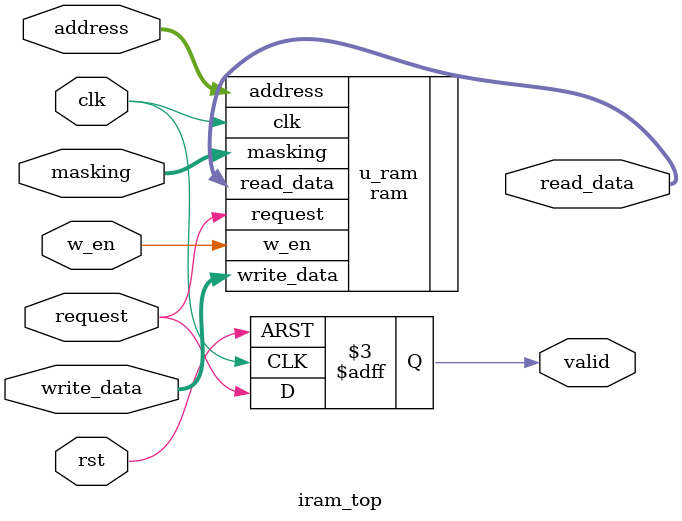
<source format=v>
module iram_top #(
    parameter INIT_MEM = 0
)(
    input wire         rst,
    input wire         request,
    input wire         clk,
    input wire         w_en,
    input wire  [7:0]  address,
    input wire  [31:0] write_data,
    input wire  [3:0]  masking,

    output reg         valid,
    output wire [31:0] read_data
);

    always @(posedge clk or negedge rst ) begin
        if(!rst)begin
            valid <= 0;
        end
        else begin
            valid <= request;
        end
    end

    ram #(
        .INIT_MEM(INIT_MEM)
    ) u_ram(
        .clk(clk),
        .address(address),
        .w_en(w_en),
        .request(request),
        .write_data(write_data),
        .masking(masking),

        .read_data(read_data)
    );
endmodule

</source>
